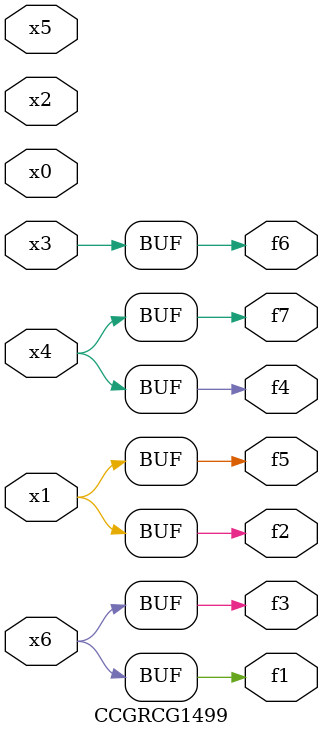
<source format=v>
module CCGRCG1499(
	input x0, x1, x2, x3, x4, x5, x6,
	output f1, f2, f3, f4, f5, f6, f7
);
	assign f1 = x6;
	assign f2 = x1;
	assign f3 = x6;
	assign f4 = x4;
	assign f5 = x1;
	assign f6 = x3;
	assign f7 = x4;
endmodule

</source>
